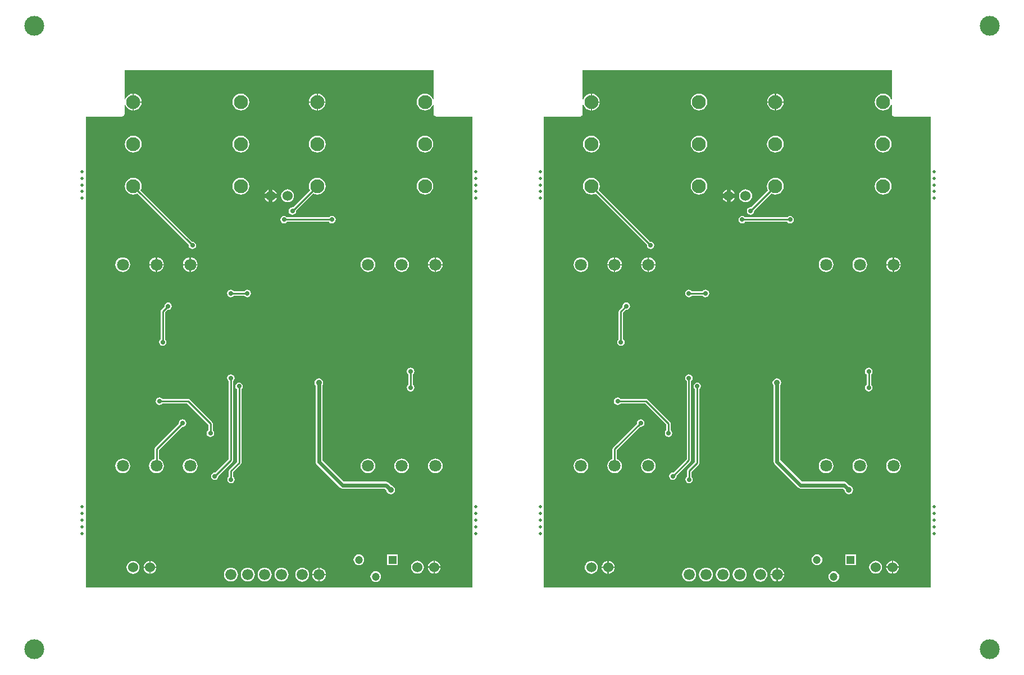
<source format=gbl>
G04*
G04 #@! TF.GenerationSoftware,Altium Limited,Altium Designer,19.1.6 (110)*
G04*
G04 Layer_Physical_Order=2*
G04 Layer_Color=16711680*
%FSLAX25Y25*%
%MOIN*%
G70*
G01*
G75*
%ADD10C,0.11811*%
%ADD30C,0.02400*%
%ADD31C,0.01000*%
%ADD32C,0.01968*%
%ADD33C,0.06000*%
%ADD34C,0.06600*%
%ADD35R,0.04724X0.04724*%
%ADD36C,0.04724*%
%ADD37C,0.07087*%
%ADD38C,0.08268*%
%ADD39C,0.02756*%
%ADD40C,0.03500*%
G36*
X520638Y338460D02*
X520138Y338361D01*
X519786Y339210D01*
X518995Y340241D01*
X517964Y341032D01*
X516764Y341529D01*
X515476Y341699D01*
X514188Y341529D01*
X512988Y341032D01*
X511957Y340241D01*
X511166Y339210D01*
X510669Y338010D01*
X510499Y336722D01*
X510669Y335434D01*
X511166Y334234D01*
X511957Y333203D01*
X512988Y332412D01*
X514188Y331915D01*
X515476Y331746D01*
X516764Y331915D01*
X517964Y332412D01*
X518995Y333203D01*
X519786Y334234D01*
X520138Y335083D01*
X520638Y334984D01*
Y329622D01*
X520754Y329037D01*
X521086Y328541D01*
X521582Y328209D01*
X522167Y328093D01*
X543638D01*
Y48317D01*
X314196D01*
Y328093D01*
X335667D01*
X336252Y328209D01*
X336748Y328541D01*
X337080Y329037D01*
X337196Y329622D01*
Y334986D01*
X337696Y335086D01*
X338049Y334234D01*
X338840Y333203D01*
X339871Y332412D01*
X341071Y331915D01*
X341959Y331798D01*
Y336722D01*
Y341646D01*
X341071Y341529D01*
X339871Y341032D01*
X338840Y340241D01*
X338049Y339210D01*
X337696Y338359D01*
X337196Y338458D01*
Y355593D01*
X520638D01*
Y338460D01*
D02*
G37*
G36*
X248767D02*
X248268Y338361D01*
X247916Y339210D01*
X247125Y340241D01*
X246094Y341032D01*
X244894Y341529D01*
X243606Y341699D01*
X242318Y341529D01*
X241118Y341032D01*
X240087Y340241D01*
X239296Y339210D01*
X238799Y338010D01*
X238629Y336722D01*
X238799Y335434D01*
X239296Y334234D01*
X240087Y333203D01*
X241118Y332412D01*
X242318Y331915D01*
X243606Y331746D01*
X244894Y331915D01*
X246094Y332412D01*
X247125Y333203D01*
X247916Y334234D01*
X248268Y335083D01*
X248767Y334984D01*
Y329622D01*
X248884Y329037D01*
X249215Y328541D01*
X249712Y328209D01*
X250297Y328093D01*
X271767D01*
Y48317D01*
X42326D01*
Y328093D01*
X63797D01*
X64382Y328209D01*
X64878Y328541D01*
X65210Y329037D01*
X65326Y329622D01*
Y334986D01*
X65826Y335086D01*
X66179Y334234D01*
X66970Y333203D01*
X68001Y332412D01*
X69201Y331915D01*
X70089Y331798D01*
Y336722D01*
Y341646D01*
X69201Y341529D01*
X68001Y341032D01*
X66970Y340241D01*
X66179Y339210D01*
X65826Y338359D01*
X65326Y338458D01*
Y355593D01*
X248767D01*
Y338460D01*
D02*
G37*
%LPC*%
G36*
X451978Y341646D02*
Y337122D01*
X456502D01*
X456385Y338010D01*
X455888Y339210D01*
X455097Y340241D01*
X454066Y341032D01*
X452866Y341529D01*
X451978Y341646D01*
D02*
G37*
G36*
X342759D02*
Y337122D01*
X347283D01*
X347166Y338010D01*
X346669Y339210D01*
X345878Y340241D01*
X344847Y341032D01*
X343647Y341529D01*
X342759Y341646D01*
D02*
G37*
G36*
X451178D02*
X450290Y341529D01*
X449090Y341032D01*
X448059Y340241D01*
X447268Y339210D01*
X446771Y338010D01*
X446654Y337122D01*
X451178D01*
Y341646D01*
D02*
G37*
G36*
X456502Y336322D02*
X451978D01*
Y331798D01*
X452866Y331915D01*
X454066Y332412D01*
X455097Y333203D01*
X455888Y334234D01*
X456385Y335434D01*
X456502Y336322D01*
D02*
G37*
G36*
X347283D02*
X342759D01*
Y331798D01*
X343647Y331915D01*
X344847Y332412D01*
X345878Y333203D01*
X346669Y334234D01*
X347166Y335434D01*
X347283Y336322D01*
D02*
G37*
G36*
X451178D02*
X446654D01*
X446771Y335434D01*
X447268Y334234D01*
X448059Y333203D01*
X449090Y332412D01*
X450290Y331915D01*
X451178Y331798D01*
Y336322D01*
D02*
G37*
G36*
X406257Y341699D02*
X404969Y341529D01*
X403769Y341032D01*
X402738Y340241D01*
X401947Y339210D01*
X401450Y338010D01*
X401280Y336722D01*
X401450Y335434D01*
X401947Y334234D01*
X402738Y333203D01*
X403769Y332412D01*
X404969Y331915D01*
X406257Y331746D01*
X407545Y331915D01*
X408745Y332412D01*
X409776Y333203D01*
X410567Y334234D01*
X411064Y335434D01*
X411234Y336722D01*
X411064Y338010D01*
X410567Y339210D01*
X409776Y340241D01*
X408745Y341032D01*
X407545Y341529D01*
X406257Y341699D01*
D02*
G37*
G36*
X515476Y316699D02*
X514188Y316529D01*
X512988Y316032D01*
X511957Y315241D01*
X511166Y314210D01*
X510669Y313010D01*
X510499Y311722D01*
X510669Y310434D01*
X511166Y309234D01*
X511957Y308203D01*
X512988Y307412D01*
X514188Y306915D01*
X515476Y306746D01*
X516764Y306915D01*
X517964Y307412D01*
X518995Y308203D01*
X519786Y309234D01*
X520283Y310434D01*
X520452Y311722D01*
X520283Y313010D01*
X519786Y314210D01*
X518995Y315241D01*
X517964Y316032D01*
X516764Y316529D01*
X515476Y316699D01*
D02*
G37*
G36*
X451578D02*
X450290Y316529D01*
X449090Y316032D01*
X448059Y315241D01*
X447268Y314210D01*
X446771Y313010D01*
X446601Y311722D01*
X446771Y310434D01*
X447268Y309234D01*
X448059Y308203D01*
X449090Y307412D01*
X450290Y306915D01*
X451578Y306746D01*
X452866Y306915D01*
X454066Y307412D01*
X455097Y308203D01*
X455888Y309234D01*
X456385Y310434D01*
X456555Y311722D01*
X456385Y313010D01*
X455888Y314210D01*
X455097Y315241D01*
X454066Y316032D01*
X452866Y316529D01*
X451578Y316699D01*
D02*
G37*
G36*
X406257D02*
X404969Y316529D01*
X403769Y316032D01*
X402738Y315241D01*
X401947Y314210D01*
X401450Y313010D01*
X401280Y311722D01*
X401450Y310434D01*
X401947Y309234D01*
X402738Y308203D01*
X403769Y307412D01*
X404969Y306915D01*
X406257Y306746D01*
X407545Y306915D01*
X408745Y307412D01*
X409776Y308203D01*
X410567Y309234D01*
X411064Y310434D01*
X411234Y311722D01*
X411064Y313010D01*
X410567Y314210D01*
X409776Y315241D01*
X408745Y316032D01*
X407545Y316529D01*
X406257Y316699D01*
D02*
G37*
G36*
X342359D02*
X341071Y316529D01*
X339871Y316032D01*
X338840Y315241D01*
X338049Y314210D01*
X337552Y313010D01*
X337382Y311722D01*
X337552Y310434D01*
X338049Y309234D01*
X338840Y308203D01*
X339871Y307412D01*
X341071Y306915D01*
X342359Y306746D01*
X343647Y306915D01*
X344847Y307412D01*
X345878Y308203D01*
X346669Y309234D01*
X347166Y310434D01*
X347336Y311722D01*
X347166Y313010D01*
X346669Y314210D01*
X345878Y315241D01*
X344847Y316032D01*
X343647Y316529D01*
X342359Y316699D01*
D02*
G37*
G36*
X425107Y284655D02*
Y282239D01*
X427523D01*
X427226Y282956D01*
X426617Y283750D01*
X425823Y284359D01*
X425107Y284655D01*
D02*
G37*
G36*
X422707D02*
X421991Y284359D01*
X421197Y283750D01*
X420588Y282956D01*
X420291Y282239D01*
X422707D01*
Y284655D01*
D02*
G37*
G36*
X515476Y291699D02*
X514188Y291529D01*
X512988Y291032D01*
X511957Y290241D01*
X511166Y289210D01*
X510669Y288010D01*
X510499Y286722D01*
X510669Y285434D01*
X511166Y284234D01*
X511957Y283203D01*
X512988Y282412D01*
X514188Y281915D01*
X515476Y281746D01*
X516764Y281915D01*
X517964Y282412D01*
X518995Y283203D01*
X519786Y284234D01*
X520283Y285434D01*
X520452Y286722D01*
X520283Y288010D01*
X519786Y289210D01*
X518995Y290241D01*
X517964Y291032D01*
X516764Y291529D01*
X515476Y291699D01*
D02*
G37*
G36*
X451578D02*
X450290Y291529D01*
X449090Y291032D01*
X448059Y290241D01*
X447268Y289210D01*
X446771Y288010D01*
X446601Y286722D01*
X446771Y285434D01*
X447253Y284271D01*
X437121Y274140D01*
X436833Y274198D01*
X435983Y274028D01*
X435263Y273547D01*
X434781Y272827D01*
X434612Y271977D01*
X434781Y271127D01*
X435263Y270407D01*
X435983Y269925D01*
X436833Y269756D01*
X437683Y269925D01*
X438403Y270407D01*
X438884Y271127D01*
X439053Y271977D01*
X438996Y272266D01*
X449127Y282397D01*
X450290Y281915D01*
X451578Y281746D01*
X452866Y281915D01*
X454066Y282412D01*
X455097Y283203D01*
X455888Y284234D01*
X456385Y285434D01*
X456555Y286722D01*
X456385Y288010D01*
X455888Y289210D01*
X455097Y290241D01*
X454066Y291032D01*
X452866Y291529D01*
X451578Y291699D01*
D02*
G37*
G36*
X406257D02*
X404969Y291529D01*
X403769Y291032D01*
X402738Y290241D01*
X401947Y289210D01*
X401450Y288010D01*
X401280Y286722D01*
X401450Y285434D01*
X401947Y284234D01*
X402738Y283203D01*
X403769Y282412D01*
X404969Y281915D01*
X406257Y281746D01*
X407545Y281915D01*
X408745Y282412D01*
X409776Y283203D01*
X410567Y284234D01*
X411064Y285434D01*
X411234Y286722D01*
X411064Y288010D01*
X410567Y289210D01*
X409776Y290241D01*
X408745Y291032D01*
X407545Y291529D01*
X406257Y291699D01*
D02*
G37*
G36*
X427523Y279839D02*
X425107D01*
Y277423D01*
X425823Y277720D01*
X426617Y278329D01*
X427226Y279123D01*
X427523Y279839D01*
D02*
G37*
G36*
X422707D02*
X420291D01*
X420588Y279123D01*
X421197Y278329D01*
X421991Y277720D01*
X422707Y277423D01*
Y279839D01*
D02*
G37*
G36*
X433907Y284872D02*
X432915Y284742D01*
X431991Y284359D01*
X431197Y283750D01*
X430588Y282956D01*
X430205Y282031D01*
X430074Y281039D01*
X430205Y280047D01*
X430588Y279123D01*
X431197Y278329D01*
X431991Y277720D01*
X432915Y277337D01*
X433907Y277207D01*
X434899Y277337D01*
X435823Y277720D01*
X436617Y278329D01*
X437226Y279123D01*
X437609Y280047D01*
X437740Y281039D01*
X437609Y282031D01*
X437226Y282956D01*
X436617Y283750D01*
X435823Y284359D01*
X434899Y284742D01*
X433907Y284872D01*
D02*
G37*
G36*
X460287Y269087D02*
X459437Y268918D01*
X458717Y268436D01*
X458553Y268192D01*
X433594D01*
X433430Y268436D01*
X432710Y268918D01*
X431860Y269087D01*
X431010Y268918D01*
X430290Y268436D01*
X429808Y267716D01*
X429639Y266866D01*
X429808Y266016D01*
X430290Y265296D01*
X431010Y264815D01*
X431860Y264646D01*
X432710Y264815D01*
X433430Y265296D01*
X433594Y265541D01*
X458553D01*
X458717Y265296D01*
X459437Y264815D01*
X460287Y264646D01*
X461137Y264815D01*
X461857Y265296D01*
X462338Y266016D01*
X462507Y266866D01*
X462338Y267716D01*
X461857Y268436D01*
X461137Y268918D01*
X460287Y269087D01*
D02*
G37*
G36*
X342359Y291699D02*
X341071Y291529D01*
X339871Y291032D01*
X338840Y290241D01*
X338049Y289210D01*
X337552Y288010D01*
X337382Y286722D01*
X337552Y285434D01*
X338049Y284234D01*
X338840Y283203D01*
X339871Y282412D01*
X341071Y281915D01*
X342359Y281746D01*
X343647Y281915D01*
X344810Y282397D01*
X375327Y251879D01*
X375270Y251591D01*
X375439Y250741D01*
X375920Y250020D01*
X376641Y249539D01*
X377490Y249370D01*
X378340Y249539D01*
X379061Y250020D01*
X379542Y250741D01*
X379711Y251591D01*
X379542Y252440D01*
X379061Y253161D01*
X378340Y253642D01*
X377490Y253811D01*
X377202Y253754D01*
X346684Y284271D01*
X347166Y285434D01*
X347336Y286722D01*
X347166Y288010D01*
X346669Y289210D01*
X345878Y290241D01*
X344847Y291032D01*
X343647Y291529D01*
X342359Y291699D01*
D02*
G37*
G36*
X522067Y244450D02*
Y240522D01*
X525995D01*
X525899Y241256D01*
X525461Y242313D01*
X524765Y243220D01*
X523857Y243916D01*
X522801Y244354D01*
X522067Y244450D01*
D02*
G37*
G36*
X521267D02*
X520533Y244354D01*
X519476Y243916D01*
X518569Y243220D01*
X517873Y242313D01*
X517435Y241256D01*
X517339Y240522D01*
X521267D01*
Y244450D01*
D02*
G37*
G36*
X376567D02*
Y240522D01*
X380495D01*
X380399Y241256D01*
X379961Y242313D01*
X379265Y243220D01*
X378357Y243916D01*
X377301Y244354D01*
X376567Y244450D01*
D02*
G37*
G36*
X375767D02*
X375033Y244354D01*
X373976Y243916D01*
X373069Y243220D01*
X372373Y242313D01*
X371935Y241256D01*
X371839Y240522D01*
X375767D01*
Y244450D01*
D02*
G37*
G36*
X356567D02*
Y240522D01*
X360495D01*
X360399Y241256D01*
X359961Y242313D01*
X359265Y243220D01*
X358357Y243916D01*
X357301Y244354D01*
X356567Y244450D01*
D02*
G37*
G36*
X355767D02*
X355033Y244354D01*
X353976Y243916D01*
X353069Y243220D01*
X352373Y242313D01*
X351935Y241256D01*
X351839Y240522D01*
X355767D01*
Y244450D01*
D02*
G37*
G36*
X525995Y239722D02*
X522067D01*
Y235794D01*
X522801Y235890D01*
X523857Y236328D01*
X524765Y237024D01*
X525461Y237932D01*
X525899Y238988D01*
X525995Y239722D01*
D02*
G37*
G36*
X521267D02*
X517339D01*
X517435Y238988D01*
X517873Y237932D01*
X518569Y237024D01*
X519476Y236328D01*
X520533Y235890D01*
X521267Y235794D01*
Y239722D01*
D02*
G37*
G36*
X380495D02*
X376567D01*
Y235794D01*
X377301Y235890D01*
X378357Y236328D01*
X379265Y237024D01*
X379961Y237932D01*
X380399Y238988D01*
X380495Y239722D01*
D02*
G37*
G36*
X375767D02*
X371839D01*
X371935Y238988D01*
X372373Y237932D01*
X373069Y237024D01*
X373976Y236328D01*
X375033Y235890D01*
X375767Y235794D01*
Y239722D01*
D02*
G37*
G36*
X360495D02*
X356567D01*
Y235794D01*
X357301Y235890D01*
X358357Y236328D01*
X359265Y237024D01*
X359961Y237932D01*
X360399Y238988D01*
X360495Y239722D01*
D02*
G37*
G36*
X355767D02*
X351839D01*
X351935Y238988D01*
X352373Y237932D01*
X353069Y237024D01*
X353976Y236328D01*
X355033Y235890D01*
X355767Y235794D01*
Y239722D01*
D02*
G37*
G36*
X501667Y244503D02*
X500533Y244354D01*
X499476Y243916D01*
X498569Y243220D01*
X497873Y242313D01*
X497435Y241256D01*
X497286Y240122D01*
X497435Y238988D01*
X497873Y237932D01*
X498569Y237024D01*
X499476Y236328D01*
X500533Y235890D01*
X501667Y235741D01*
X502801Y235890D01*
X503857Y236328D01*
X504765Y237024D01*
X505461Y237932D01*
X505899Y238988D01*
X506048Y240122D01*
X505899Y241256D01*
X505461Y242313D01*
X504765Y243220D01*
X503857Y243916D01*
X502801Y244354D01*
X501667Y244503D01*
D02*
G37*
G36*
X481667D02*
X480533Y244354D01*
X479476Y243916D01*
X478569Y243220D01*
X477873Y242313D01*
X477435Y241256D01*
X477286Y240122D01*
X477435Y238988D01*
X477873Y237932D01*
X478569Y237024D01*
X479476Y236328D01*
X480533Y235890D01*
X481667Y235741D01*
X482801Y235890D01*
X483857Y236328D01*
X484765Y237024D01*
X485461Y237932D01*
X485899Y238988D01*
X486048Y240122D01*
X485899Y241256D01*
X485461Y242313D01*
X484765Y243220D01*
X483857Y243916D01*
X482801Y244354D01*
X481667Y244503D01*
D02*
G37*
G36*
X336167D02*
X335033Y244354D01*
X333976Y243916D01*
X333069Y243220D01*
X332373Y242313D01*
X331935Y241256D01*
X331786Y240122D01*
X331935Y238988D01*
X332373Y237932D01*
X333069Y237024D01*
X333976Y236328D01*
X335033Y235890D01*
X336167Y235741D01*
X337301Y235890D01*
X338357Y236328D01*
X339265Y237024D01*
X339961Y237932D01*
X340399Y238988D01*
X340548Y240122D01*
X340399Y241256D01*
X339961Y242313D01*
X339265Y243220D01*
X338357Y243916D01*
X337301Y244354D01*
X336167Y244503D01*
D02*
G37*
G36*
X410050Y225288D02*
X409201Y225118D01*
X408480Y224637D01*
X408317Y224392D01*
X401999D01*
X401836Y224637D01*
X401115Y225118D01*
X400266Y225288D01*
X399416Y225118D01*
X398695Y224637D01*
X398214Y223917D01*
X398045Y223067D01*
X398214Y222217D01*
X398695Y221497D01*
X399416Y221015D01*
X400266Y220846D01*
X401115Y221015D01*
X401836Y221497D01*
X401999Y221742D01*
X408317D01*
X408480Y221497D01*
X409201Y221015D01*
X410050Y220846D01*
X410900Y221015D01*
X411621Y221497D01*
X412102Y222217D01*
X412271Y223067D01*
X412102Y223917D01*
X411621Y224637D01*
X410900Y225118D01*
X410050Y225288D01*
D02*
G37*
G36*
X363073Y217696D02*
X362223Y217527D01*
X361503Y217046D01*
X361022Y216325D01*
X360853Y215476D01*
X360910Y215187D01*
X358961Y213238D01*
X358674Y212808D01*
X358573Y212301D01*
Y195851D01*
X358328Y195688D01*
X357847Y194967D01*
X357678Y194117D01*
X357847Y193268D01*
X358328Y192547D01*
X359049Y192066D01*
X359898Y191897D01*
X360748Y192066D01*
X361469Y192547D01*
X361950Y193268D01*
X362119Y194117D01*
X361950Y194967D01*
X361469Y195688D01*
X361224Y195851D01*
Y211752D01*
X362785Y213312D01*
X363073Y213255D01*
X363923Y213424D01*
X364643Y213905D01*
X365125Y214626D01*
X365294Y215476D01*
X365125Y216325D01*
X364643Y217046D01*
X363923Y217527D01*
X363073Y217696D01*
D02*
G37*
G36*
X506958Y178898D02*
X506109Y178728D01*
X505388Y178247D01*
X504907Y177527D01*
X504738Y176677D01*
X504907Y175827D01*
X505388Y175107D01*
X505633Y174943D01*
Y168797D01*
X505388Y168633D01*
X504907Y167913D01*
X504738Y167063D01*
X504907Y166213D01*
X505388Y165493D01*
X506109Y165011D01*
X506958Y164842D01*
X507808Y165011D01*
X508529Y165493D01*
X509010Y166213D01*
X509179Y167063D01*
X509010Y167913D01*
X508529Y168633D01*
X508284Y168797D01*
Y174943D01*
X508529Y175107D01*
X509010Y175827D01*
X509179Y176677D01*
X509010Y177527D01*
X508529Y178247D01*
X507808Y178728D01*
X506958Y178898D01*
D02*
G37*
G36*
X371623Y148221D02*
X370774Y148052D01*
X370053Y147570D01*
X369572Y146850D01*
X369403Y146000D01*
X369460Y145711D01*
X355230Y131481D01*
X354942Y131051D01*
X354841Y130543D01*
Y124774D01*
X353976Y124416D01*
X353069Y123720D01*
X352373Y122813D01*
X351935Y121756D01*
X351786Y120622D01*
X351935Y119488D01*
X352373Y118432D01*
X353069Y117524D01*
X353976Y116828D01*
X355033Y116390D01*
X356167Y116241D01*
X357301Y116390D01*
X358357Y116828D01*
X359265Y117524D01*
X359961Y118432D01*
X360399Y119488D01*
X360548Y120622D01*
X360399Y121756D01*
X359961Y122813D01*
X359265Y123720D01*
X358357Y124416D01*
X357492Y124774D01*
Y129994D01*
X371335Y143837D01*
X371623Y143779D01*
X372473Y143948D01*
X373194Y144430D01*
X373675Y145150D01*
X373844Y146000D01*
X373675Y146850D01*
X373194Y147570D01*
X372473Y148052D01*
X371623Y148221D01*
D02*
G37*
G36*
X357943Y161213D02*
X357093Y161044D01*
X356372Y160562D01*
X355891Y159842D01*
X355722Y158992D01*
X355891Y158142D01*
X356372Y157422D01*
X357093Y156941D01*
X357943Y156772D01*
X358792Y156941D01*
X359513Y157422D01*
X359676Y157667D01*
X374341D01*
X386834Y145174D01*
Y141730D01*
X386589Y141566D01*
X386107Y140846D01*
X385939Y139996D01*
X386107Y139146D01*
X386589Y138426D01*
X387309Y137944D01*
X388159Y137776D01*
X389009Y137944D01*
X389729Y138426D01*
X390211Y139146D01*
X390380Y139996D01*
X390211Y140846D01*
X389729Y141566D01*
X389485Y141730D01*
Y145723D01*
X389384Y146230D01*
X389096Y146660D01*
X375827Y159929D01*
X375397Y160217D01*
X374890Y160318D01*
X359676D01*
X359513Y160562D01*
X358792Y161044D01*
X357943Y161213D01*
D02*
G37*
G36*
X400266Y174992D02*
X399416Y174823D01*
X398695Y174342D01*
X398214Y173621D01*
X398045Y172772D01*
X398214Y171922D01*
X398695Y171202D01*
X398940Y171038D01*
Y124600D01*
X391007Y116667D01*
X390718Y116725D01*
X389868Y116556D01*
X389148Y116074D01*
X388667Y115354D01*
X388497Y114504D01*
X388667Y113654D01*
X389148Y112934D01*
X389868Y112452D01*
X390718Y112283D01*
X391568Y112452D01*
X392288Y112934D01*
X392770Y113654D01*
X392939Y114504D01*
X392881Y114793D01*
X401203Y123114D01*
X401490Y123544D01*
X401591Y124051D01*
Y171038D01*
X401836Y171202D01*
X402317Y171922D01*
X402486Y172772D01*
X402317Y173621D01*
X401836Y174342D01*
X401115Y174823D01*
X400266Y174992D01*
D02*
G37*
G36*
X521667Y125003D02*
X520533Y124854D01*
X519476Y124416D01*
X518569Y123720D01*
X517873Y122813D01*
X517435Y121756D01*
X517286Y120622D01*
X517435Y119488D01*
X517873Y118432D01*
X518569Y117524D01*
X519476Y116828D01*
X520533Y116390D01*
X521667Y116241D01*
X522801Y116390D01*
X523857Y116828D01*
X524765Y117524D01*
X525461Y118432D01*
X525899Y119488D01*
X526048Y120622D01*
X525899Y121756D01*
X525461Y122813D01*
X524765Y123720D01*
X523857Y124416D01*
X522801Y124854D01*
X521667Y125003D01*
D02*
G37*
G36*
X501667D02*
X500533Y124854D01*
X499476Y124416D01*
X498569Y123720D01*
X497873Y122813D01*
X497435Y121756D01*
X497286Y120622D01*
X497435Y119488D01*
X497873Y118432D01*
X498569Y117524D01*
X499476Y116828D01*
X500533Y116390D01*
X501667Y116241D01*
X502801Y116390D01*
X503857Y116828D01*
X504765Y117524D01*
X505461Y118432D01*
X505899Y119488D01*
X506048Y120622D01*
X505899Y121756D01*
X505461Y122813D01*
X504765Y123720D01*
X503857Y124416D01*
X502801Y124854D01*
X501667Y125003D01*
D02*
G37*
G36*
X481667D02*
X480533Y124854D01*
X479476Y124416D01*
X478569Y123720D01*
X477873Y122813D01*
X477435Y121756D01*
X477286Y120622D01*
X477435Y119488D01*
X477873Y118432D01*
X478569Y117524D01*
X479476Y116828D01*
X480533Y116390D01*
X481667Y116241D01*
X482801Y116390D01*
X483857Y116828D01*
X484765Y117524D01*
X485461Y118432D01*
X485899Y119488D01*
X486048Y120622D01*
X485899Y121756D01*
X485461Y122813D01*
X484765Y123720D01*
X483857Y124416D01*
X482801Y124854D01*
X481667Y125003D01*
D02*
G37*
G36*
X376167D02*
X375033Y124854D01*
X373976Y124416D01*
X373069Y123720D01*
X372373Y122813D01*
X371935Y121756D01*
X371786Y120622D01*
X371935Y119488D01*
X372373Y118432D01*
X373069Y117524D01*
X373976Y116828D01*
X375033Y116390D01*
X376167Y116241D01*
X377301Y116390D01*
X378357Y116828D01*
X379265Y117524D01*
X379961Y118432D01*
X380399Y119488D01*
X380548Y120622D01*
X380399Y121756D01*
X379961Y122813D01*
X379265Y123720D01*
X378357Y124416D01*
X377301Y124854D01*
X376167Y125003D01*
D02*
G37*
G36*
X336167D02*
X335033Y124854D01*
X333976Y124416D01*
X333069Y123720D01*
X332373Y122813D01*
X331935Y121756D01*
X331786Y120622D01*
X331935Y119488D01*
X332373Y118432D01*
X333069Y117524D01*
X333976Y116828D01*
X335033Y116390D01*
X336167Y116241D01*
X337301Y116390D01*
X338357Y116828D01*
X339265Y117524D01*
X339961Y118432D01*
X340399Y119488D01*
X340548Y120622D01*
X340399Y121756D01*
X339961Y122813D01*
X339265Y123720D01*
X338357Y124416D01*
X337301Y124854D01*
X336167Y125003D01*
D02*
G37*
G36*
X405187Y170169D02*
X404337Y170000D01*
X403616Y169519D01*
X403135Y168799D01*
X402966Y167949D01*
X403135Y167099D01*
X403616Y166379D01*
X403861Y166215D01*
Y122927D01*
X399427Y118492D01*
X399139Y118062D01*
X399038Y117555D01*
Y114165D01*
X398794Y114002D01*
X398312Y113281D01*
X398143Y112432D01*
X398312Y111582D01*
X398794Y110861D01*
X399514Y110380D01*
X400364Y110211D01*
X401214Y110380D01*
X401934Y110861D01*
X402415Y111582D01*
X402584Y112432D01*
X402415Y113281D01*
X401934Y114002D01*
X401689Y114165D01*
Y117006D01*
X406124Y121441D01*
X406411Y121871D01*
X406512Y122378D01*
Y166215D01*
X406757Y166379D01*
X407238Y167099D01*
X407407Y167949D01*
X407238Y168799D01*
X406757Y169519D01*
X406036Y170000D01*
X405187Y170169D01*
D02*
G37*
G36*
X452529Y172616D02*
X451534Y172418D01*
X450691Y171854D01*
X450127Y171011D01*
X449929Y170016D01*
X450127Y169021D01*
X450490Y168478D01*
Y123165D01*
X450645Y122385D01*
X451087Y121723D01*
X465064Y107747D01*
X465725Y107305D01*
X466505Y107150D01*
X491495D01*
X492665Y105980D01*
X492792Y105340D01*
X493356Y104496D01*
X494199Y103933D01*
X495194Y103735D01*
X496189Y103933D01*
X497033Y104496D01*
X497596Y105340D01*
X497794Y106335D01*
X497596Y107330D01*
X497033Y108173D01*
X496189Y108737D01*
X495549Y108864D01*
X493782Y110631D01*
X493120Y111073D01*
X492340Y111228D01*
X467350D01*
X454568Y124010D01*
Y168478D01*
X454931Y169021D01*
X455129Y170016D01*
X454931Y171011D01*
X454368Y171854D01*
X453524Y172418D01*
X452529Y172616D01*
D02*
G37*
G36*
X499427Y67961D02*
X493103D01*
Y61637D01*
X499427D01*
Y67961D01*
D02*
G37*
G36*
X476264Y67989D02*
X475439Y67880D01*
X474670Y67561D01*
X474009Y67054D01*
X473502Y66394D01*
X473184Y65625D01*
X473075Y64799D01*
X473184Y63974D01*
X473502Y63205D01*
X474009Y62544D01*
X474670Y62037D01*
X475439Y61719D01*
X476264Y61610D01*
X477090Y61719D01*
X477859Y62037D01*
X478520Y62544D01*
X479027Y63205D01*
X479345Y63974D01*
X479454Y64799D01*
X479345Y65625D01*
X479027Y66394D01*
X478520Y67054D01*
X477859Y67561D01*
X477090Y67880D01*
X476264Y67989D01*
D02*
G37*
G36*
X521420Y64249D02*
Y60869D01*
X524800D01*
X524722Y61461D01*
X524339Y62385D01*
X523730Y63179D01*
X522936Y63788D01*
X522012Y64171D01*
X521420Y64249D01*
D02*
G37*
G36*
X520620D02*
X520028Y64171D01*
X519103Y63788D01*
X518309Y63179D01*
X517700Y62385D01*
X517317Y61461D01*
X517240Y60869D01*
X520620D01*
Y64249D01*
D02*
G37*
G36*
X352693Y64052D02*
Y60672D01*
X356073D01*
X355995Y61264D01*
X355612Y62188D01*
X355003Y62982D01*
X354209Y63591D01*
X353285Y63974D01*
X352693Y64052D01*
D02*
G37*
G36*
X351893D02*
X351301Y63974D01*
X350377Y63591D01*
X349583Y62982D01*
X348974Y62188D01*
X348591Y61264D01*
X348513Y60672D01*
X351893D01*
Y64052D01*
D02*
G37*
G36*
X524800Y60069D02*
X521420D01*
Y56688D01*
X522012Y56766D01*
X522936Y57149D01*
X523730Y57758D01*
X524339Y58552D01*
X524722Y59477D01*
X524800Y60069D01*
D02*
G37*
G36*
X520620D02*
X517240D01*
X517317Y59477D01*
X517700Y58552D01*
X518309Y57758D01*
X519103Y57149D01*
X520028Y56766D01*
X520620Y56688D01*
Y60069D01*
D02*
G37*
G36*
X511020Y64301D02*
X510028Y64171D01*
X509103Y63788D01*
X508310Y63179D01*
X507700Y62385D01*
X507317Y61461D01*
X507187Y60469D01*
X507317Y59477D01*
X507700Y58552D01*
X508310Y57758D01*
X509103Y57149D01*
X510028Y56766D01*
X511020Y56636D01*
X512012Y56766D01*
X512936Y57149D01*
X513730Y57758D01*
X514339Y58552D01*
X514722Y59477D01*
X514853Y60469D01*
X514722Y61461D01*
X514339Y62385D01*
X513730Y63179D01*
X512936Y63788D01*
X512012Y64171D01*
X511020Y64301D01*
D02*
G37*
G36*
X356073Y59872D02*
X352693D01*
Y56492D01*
X353285Y56569D01*
X354209Y56952D01*
X355003Y57561D01*
X355612Y58355D01*
X355995Y59280D01*
X356073Y59872D01*
D02*
G37*
G36*
X351893D02*
X348513D01*
X348591Y59280D01*
X348974Y58355D01*
X349583Y57561D01*
X350377Y56952D01*
X351301Y56569D01*
X351893Y56492D01*
Y59872D01*
D02*
G37*
G36*
X342293Y64104D02*
X341301Y63974D01*
X340376Y63591D01*
X339583Y62982D01*
X338974Y62188D01*
X338591Y61264D01*
X338460Y60272D01*
X338591Y59280D01*
X338974Y58355D01*
X339583Y57561D01*
X340376Y56952D01*
X341301Y56569D01*
X342293Y56439D01*
X343285Y56569D01*
X344209Y56952D01*
X345003Y57561D01*
X345612Y58355D01*
X345995Y59280D01*
X346126Y60272D01*
X345995Y61264D01*
X345612Y62188D01*
X345003Y62982D01*
X344209Y63591D01*
X343285Y63974D01*
X342293Y64104D01*
D02*
G37*
G36*
X453008Y60024D02*
Y56341D01*
X456691D01*
X456602Y57011D01*
X456189Y58009D01*
X455532Y58865D01*
X454676Y59522D01*
X453678Y59935D01*
X453008Y60024D01*
D02*
G37*
G36*
X452208D02*
X451538Y59935D01*
X450540Y59522D01*
X449684Y58865D01*
X449026Y58009D01*
X448613Y57011D01*
X448525Y56341D01*
X452208D01*
Y60024D01*
D02*
G37*
G36*
X430375Y60175D02*
X429304Y60034D01*
X428307Y59621D01*
X427450Y58964D01*
X426793Y58107D01*
X426380Y57110D01*
X426239Y56039D01*
X426380Y54969D01*
X426793Y53972D01*
X427450Y53115D01*
X428307Y52458D01*
X429304Y52045D01*
X430375Y51904D01*
X431445Y52045D01*
X432442Y52458D01*
X433299Y53115D01*
X433956Y53972D01*
X434369Y54969D01*
X434510Y56039D01*
X434369Y57110D01*
X433956Y58107D01*
X433299Y58964D01*
X432442Y59621D01*
X431445Y60034D01*
X430375Y60175D01*
D02*
G37*
G36*
X420375D02*
X419304Y60034D01*
X418307Y59621D01*
X417450Y58964D01*
X416793Y58107D01*
X416380Y57110D01*
X416239Y56039D01*
X416380Y54969D01*
X416793Y53972D01*
X417450Y53115D01*
X418307Y52458D01*
X419304Y52045D01*
X420375Y51904D01*
X421445Y52045D01*
X422442Y52458D01*
X423299Y53115D01*
X423956Y53972D01*
X424369Y54969D01*
X424510Y56039D01*
X424369Y57110D01*
X423956Y58107D01*
X423299Y58964D01*
X422442Y59621D01*
X421445Y60034D01*
X420375Y60175D01*
D02*
G37*
G36*
X410375D02*
X409304Y60034D01*
X408307Y59621D01*
X407450Y58964D01*
X406793Y58107D01*
X406380Y57110D01*
X406239Y56039D01*
X406380Y54969D01*
X406793Y53972D01*
X407450Y53115D01*
X408307Y52458D01*
X409304Y52045D01*
X410375Y51904D01*
X411445Y52045D01*
X412442Y52458D01*
X413299Y53115D01*
X413956Y53972D01*
X414369Y54969D01*
X414510Y56039D01*
X414369Y57110D01*
X413956Y58107D01*
X413299Y58964D01*
X412442Y59621D01*
X411445Y60034D01*
X410375Y60175D01*
D02*
G37*
G36*
X400375D02*
X399304Y60034D01*
X398307Y59621D01*
X397450Y58964D01*
X396793Y58107D01*
X396380Y57110D01*
X396239Y56039D01*
X396380Y54969D01*
X396793Y53972D01*
X397450Y53115D01*
X398307Y52458D01*
X399304Y52045D01*
X400375Y51904D01*
X401445Y52045D01*
X402442Y52458D01*
X403299Y53115D01*
X403956Y53972D01*
X404369Y54969D01*
X404510Y56039D01*
X404369Y57110D01*
X403956Y58107D01*
X403299Y58964D01*
X402442Y59621D01*
X401445Y60034D01*
X400375Y60175D01*
D02*
G37*
G36*
X456691Y55541D02*
X453008D01*
Y51858D01*
X453678Y51947D01*
X454676Y52360D01*
X455532Y53017D01*
X456189Y53873D01*
X456602Y54871D01*
X456691Y55541D01*
D02*
G37*
G36*
X452208D02*
X448525D01*
X448613Y54871D01*
X449026Y53873D01*
X449684Y53017D01*
X450540Y52360D01*
X451538Y51947D01*
X452208Y51858D01*
Y55541D01*
D02*
G37*
G36*
X442608Y60076D02*
X441538Y59935D01*
X440540Y59522D01*
X439684Y58865D01*
X439026Y58009D01*
X438613Y57011D01*
X438473Y55941D01*
X438613Y54871D01*
X439026Y53873D01*
X439684Y53017D01*
X440540Y52360D01*
X441538Y51947D01*
X442608Y51806D01*
X443678Y51947D01*
X444676Y52360D01*
X445532Y53017D01*
X446189Y53873D01*
X446602Y54871D01*
X446743Y55941D01*
X446602Y57011D01*
X446189Y58009D01*
X445532Y58865D01*
X444676Y59522D01*
X443678Y59935D01*
X442608Y60076D01*
D02*
G37*
G36*
X486265Y57989D02*
X485439Y57880D01*
X484670Y57561D01*
X484009Y57054D01*
X483502Y56394D01*
X483184Y55625D01*
X483075Y54799D01*
X483184Y53974D01*
X483502Y53205D01*
X484009Y52544D01*
X484670Y52037D01*
X485439Y51719D01*
X486265Y51610D01*
X487090Y51719D01*
X487859Y52037D01*
X488520Y52544D01*
X489026Y53205D01*
X489345Y53974D01*
X489454Y54799D01*
X489345Y55625D01*
X489026Y56394D01*
X488520Y57054D01*
X487859Y57561D01*
X487090Y57880D01*
X486265Y57989D01*
D02*
G37*
G36*
X180108Y341646D02*
Y337122D01*
X184632D01*
X184515Y338010D01*
X184018Y339210D01*
X183227Y340241D01*
X182196Y341032D01*
X180996Y341529D01*
X180108Y341646D01*
D02*
G37*
G36*
X70889D02*
Y337122D01*
X75413D01*
X75296Y338010D01*
X74799Y339210D01*
X74008Y340241D01*
X72977Y341032D01*
X71777Y341529D01*
X70889Y341646D01*
D02*
G37*
G36*
X179308D02*
X178420Y341529D01*
X177219Y341032D01*
X176189Y340241D01*
X175398Y339210D01*
X174901Y338010D01*
X174784Y337122D01*
X179308D01*
Y341646D01*
D02*
G37*
G36*
X184632Y336322D02*
X180108D01*
Y331798D01*
X180996Y331915D01*
X182196Y332412D01*
X183227Y333203D01*
X184018Y334234D01*
X184515Y335434D01*
X184632Y336322D01*
D02*
G37*
G36*
X75413D02*
X70889D01*
Y331798D01*
X71777Y331915D01*
X72977Y332412D01*
X74008Y333203D01*
X74799Y334234D01*
X75296Y335434D01*
X75413Y336322D01*
D02*
G37*
G36*
X179308D02*
X174784D01*
X174901Y335434D01*
X175398Y334234D01*
X176189Y333203D01*
X177219Y332412D01*
X178420Y331915D01*
X179308Y331798D01*
Y336322D01*
D02*
G37*
G36*
X134387Y341699D02*
X133099Y341529D01*
X131898Y341032D01*
X130868Y340241D01*
X130077Y339210D01*
X129580Y338010D01*
X129410Y336722D01*
X129580Y335434D01*
X130077Y334234D01*
X130868Y333203D01*
X131898Y332412D01*
X133099Y331915D01*
X134387Y331746D01*
X135675Y331915D01*
X136875Y332412D01*
X137906Y333203D01*
X138697Y334234D01*
X139194Y335434D01*
X139363Y336722D01*
X139194Y338010D01*
X138697Y339210D01*
X137906Y340241D01*
X136875Y341032D01*
X135675Y341529D01*
X134387Y341699D01*
D02*
G37*
G36*
X243606Y316699D02*
X242318Y316529D01*
X241118Y316032D01*
X240087Y315241D01*
X239296Y314210D01*
X238799Y313010D01*
X238629Y311722D01*
X238799Y310434D01*
X239296Y309234D01*
X240087Y308203D01*
X241118Y307412D01*
X242318Y306915D01*
X243606Y306746D01*
X244894Y306915D01*
X246094Y307412D01*
X247125Y308203D01*
X247916Y309234D01*
X248413Y310434D01*
X248582Y311722D01*
X248413Y313010D01*
X247916Y314210D01*
X247125Y315241D01*
X246094Y316032D01*
X244894Y316529D01*
X243606Y316699D01*
D02*
G37*
G36*
X179708D02*
X178420Y316529D01*
X177219Y316032D01*
X176189Y315241D01*
X175398Y314210D01*
X174901Y313010D01*
X174731Y311722D01*
X174901Y310434D01*
X175398Y309234D01*
X176189Y308203D01*
X177219Y307412D01*
X178420Y306915D01*
X179708Y306746D01*
X180996Y306915D01*
X182196Y307412D01*
X183227Y308203D01*
X184018Y309234D01*
X184515Y310434D01*
X184684Y311722D01*
X184515Y313010D01*
X184018Y314210D01*
X183227Y315241D01*
X182196Y316032D01*
X180996Y316529D01*
X179708Y316699D01*
D02*
G37*
G36*
X134387D02*
X133099Y316529D01*
X131898Y316032D01*
X130868Y315241D01*
X130077Y314210D01*
X129580Y313010D01*
X129410Y311722D01*
X129580Y310434D01*
X130077Y309234D01*
X130868Y308203D01*
X131898Y307412D01*
X133099Y306915D01*
X134387Y306746D01*
X135675Y306915D01*
X136875Y307412D01*
X137906Y308203D01*
X138697Y309234D01*
X139194Y310434D01*
X139363Y311722D01*
X139194Y313010D01*
X138697Y314210D01*
X137906Y315241D01*
X136875Y316032D01*
X135675Y316529D01*
X134387Y316699D01*
D02*
G37*
G36*
X70489D02*
X69201Y316529D01*
X68001Y316032D01*
X66970Y315241D01*
X66179Y314210D01*
X65682Y313010D01*
X65512Y311722D01*
X65682Y310434D01*
X66179Y309234D01*
X66970Y308203D01*
X68001Y307412D01*
X69201Y306915D01*
X70489Y306746D01*
X71777Y306915D01*
X72977Y307412D01*
X74008Y308203D01*
X74799Y309234D01*
X75296Y310434D01*
X75465Y311722D01*
X75296Y313010D01*
X74799Y314210D01*
X74008Y315241D01*
X72977Y316032D01*
X71777Y316529D01*
X70489Y316699D01*
D02*
G37*
G36*
X153237Y284655D02*
Y282239D01*
X155653D01*
X155356Y282956D01*
X154747Y283750D01*
X153953Y284359D01*
X153237Y284655D01*
D02*
G37*
G36*
X150837D02*
X150121Y284359D01*
X149327Y283750D01*
X148718Y282956D01*
X148421Y282239D01*
X150837D01*
Y284655D01*
D02*
G37*
G36*
X243606Y291699D02*
X242318Y291529D01*
X241118Y291032D01*
X240087Y290241D01*
X239296Y289210D01*
X238799Y288010D01*
X238629Y286722D01*
X238799Y285434D01*
X239296Y284234D01*
X240087Y283203D01*
X241118Y282412D01*
X242318Y281915D01*
X243606Y281746D01*
X244894Y281915D01*
X246094Y282412D01*
X247125Y283203D01*
X247916Y284234D01*
X248413Y285434D01*
X248582Y286722D01*
X248413Y288010D01*
X247916Y289210D01*
X247125Y290241D01*
X246094Y291032D01*
X244894Y291529D01*
X243606Y291699D01*
D02*
G37*
G36*
X179708D02*
X178420Y291529D01*
X177219Y291032D01*
X176189Y290241D01*
X175398Y289210D01*
X174901Y288010D01*
X174731Y286722D01*
X174901Y285434D01*
X175382Y284271D01*
X165251Y274140D01*
X164963Y274198D01*
X164113Y274028D01*
X163392Y273547D01*
X162911Y272827D01*
X162742Y271977D01*
X162911Y271127D01*
X163392Y270407D01*
X164113Y269925D01*
X164963Y269756D01*
X165813Y269925D01*
X166533Y270407D01*
X167014Y271127D01*
X167183Y271977D01*
X167126Y272266D01*
X177257Y282397D01*
X178420Y281915D01*
X179708Y281746D01*
X180996Y281915D01*
X182196Y282412D01*
X183227Y283203D01*
X184018Y284234D01*
X184515Y285434D01*
X184684Y286722D01*
X184515Y288010D01*
X184018Y289210D01*
X183227Y290241D01*
X182196Y291032D01*
X180996Y291529D01*
X179708Y291699D01*
D02*
G37*
G36*
X134387D02*
X133099Y291529D01*
X131898Y291032D01*
X130868Y290241D01*
X130077Y289210D01*
X129580Y288010D01*
X129410Y286722D01*
X129580Y285434D01*
X130077Y284234D01*
X130868Y283203D01*
X131898Y282412D01*
X133099Y281915D01*
X134387Y281746D01*
X135675Y281915D01*
X136875Y282412D01*
X137906Y283203D01*
X138697Y284234D01*
X139194Y285434D01*
X139363Y286722D01*
X139194Y288010D01*
X138697Y289210D01*
X137906Y290241D01*
X136875Y291032D01*
X135675Y291529D01*
X134387Y291699D01*
D02*
G37*
G36*
X155653Y279839D02*
X153237D01*
Y277423D01*
X153953Y277720D01*
X154747Y278329D01*
X155356Y279123D01*
X155653Y279839D01*
D02*
G37*
G36*
X150837D02*
X148421D01*
X148718Y279123D01*
X149327Y278329D01*
X150121Y277720D01*
X150837Y277423D01*
Y279839D01*
D02*
G37*
G36*
X162037Y284872D02*
X161045Y284742D01*
X160121Y284359D01*
X159327Y283750D01*
X158718Y282956D01*
X158335Y282031D01*
X158204Y281039D01*
X158335Y280047D01*
X158718Y279123D01*
X159327Y278329D01*
X160121Y277720D01*
X161045Y277337D01*
X162037Y277207D01*
X163029Y277337D01*
X163953Y277720D01*
X164747Y278329D01*
X165356Y279123D01*
X165739Y280047D01*
X165870Y281039D01*
X165739Y282031D01*
X165356Y282956D01*
X164747Y283750D01*
X163953Y284359D01*
X163029Y284742D01*
X162037Y284872D01*
D02*
G37*
G36*
X188417Y269087D02*
X187567Y268918D01*
X186847Y268436D01*
X186683Y268192D01*
X161723D01*
X161560Y268436D01*
X160839Y268918D01*
X159990Y269087D01*
X159140Y268918D01*
X158420Y268436D01*
X157938Y267716D01*
X157769Y266866D01*
X157938Y266016D01*
X158420Y265296D01*
X159140Y264815D01*
X159990Y264646D01*
X160839Y264815D01*
X161560Y265296D01*
X161723Y265541D01*
X186683D01*
X186847Y265296D01*
X187567Y264815D01*
X188417Y264646D01*
X189267Y264815D01*
X189987Y265296D01*
X190468Y266016D01*
X190637Y266866D01*
X190468Y267716D01*
X189987Y268436D01*
X189267Y268918D01*
X188417Y269087D01*
D02*
G37*
G36*
X70489Y291699D02*
X69201Y291529D01*
X68001Y291032D01*
X66970Y290241D01*
X66179Y289210D01*
X65682Y288010D01*
X65512Y286722D01*
X65682Y285434D01*
X66179Y284234D01*
X66970Y283203D01*
X68001Y282412D01*
X69201Y281915D01*
X70489Y281746D01*
X71777Y281915D01*
X72940Y282397D01*
X103457Y251879D01*
X103400Y251591D01*
X103569Y250741D01*
X104050Y250020D01*
X104771Y249539D01*
X105620Y249370D01*
X106470Y249539D01*
X107191Y250020D01*
X107672Y250741D01*
X107841Y251591D01*
X107672Y252440D01*
X107191Y253161D01*
X106470Y253642D01*
X105620Y253811D01*
X105332Y253754D01*
X74814Y284271D01*
X75296Y285434D01*
X75465Y286722D01*
X75296Y288010D01*
X74799Y289210D01*
X74008Y290241D01*
X72977Y291032D01*
X71777Y291529D01*
X70489Y291699D01*
D02*
G37*
G36*
X250197Y244450D02*
Y240522D01*
X254125D01*
X254029Y241256D01*
X253591Y242313D01*
X252895Y243220D01*
X251987Y243916D01*
X250931Y244354D01*
X250197Y244450D01*
D02*
G37*
G36*
X249397D02*
X248663Y244354D01*
X247606Y243916D01*
X246699Y243220D01*
X246003Y242313D01*
X245565Y241256D01*
X245468Y240522D01*
X249397D01*
Y244450D01*
D02*
G37*
G36*
X104697D02*
Y240522D01*
X108625D01*
X108528Y241256D01*
X108091Y242313D01*
X107395Y243220D01*
X106487Y243916D01*
X105431Y244354D01*
X104697Y244450D01*
D02*
G37*
G36*
X103897D02*
X103163Y244354D01*
X102106Y243916D01*
X101199Y243220D01*
X100503Y242313D01*
X100065Y241256D01*
X99968Y240522D01*
X103897D01*
Y244450D01*
D02*
G37*
G36*
X84697D02*
Y240522D01*
X88625D01*
X88529Y241256D01*
X88091Y242313D01*
X87395Y243220D01*
X86487Y243916D01*
X85431Y244354D01*
X84697Y244450D01*
D02*
G37*
G36*
X83897D02*
X83163Y244354D01*
X82106Y243916D01*
X81199Y243220D01*
X80503Y242313D01*
X80065Y241256D01*
X79969Y240522D01*
X83897D01*
Y244450D01*
D02*
G37*
G36*
X254125Y239722D02*
X250197D01*
Y235794D01*
X250931Y235890D01*
X251987Y236328D01*
X252895Y237024D01*
X253591Y237932D01*
X254029Y238988D01*
X254125Y239722D01*
D02*
G37*
G36*
X249397D02*
X245468D01*
X245565Y238988D01*
X246003Y237932D01*
X246699Y237024D01*
X247606Y236328D01*
X248663Y235890D01*
X249397Y235794D01*
Y239722D01*
D02*
G37*
G36*
X108625D02*
X104697D01*
Y235794D01*
X105431Y235890D01*
X106487Y236328D01*
X107395Y237024D01*
X108091Y237932D01*
X108528Y238988D01*
X108625Y239722D01*
D02*
G37*
G36*
X103897D02*
X99968D01*
X100065Y238988D01*
X100503Y237932D01*
X101199Y237024D01*
X102106Y236328D01*
X103163Y235890D01*
X103897Y235794D01*
Y239722D01*
D02*
G37*
G36*
X88625D02*
X84697D01*
Y235794D01*
X85431Y235890D01*
X86487Y236328D01*
X87395Y237024D01*
X88091Y237932D01*
X88529Y238988D01*
X88625Y239722D01*
D02*
G37*
G36*
X83897D02*
X79969D01*
X80065Y238988D01*
X80503Y237932D01*
X81199Y237024D01*
X82106Y236328D01*
X83163Y235890D01*
X83897Y235794D01*
Y239722D01*
D02*
G37*
G36*
X229797Y244503D02*
X228663Y244354D01*
X227606Y243916D01*
X226699Y243220D01*
X226003Y242313D01*
X225565Y241256D01*
X225416Y240122D01*
X225565Y238988D01*
X226003Y237932D01*
X226699Y237024D01*
X227606Y236328D01*
X228663Y235890D01*
X229797Y235741D01*
X230931Y235890D01*
X231987Y236328D01*
X232895Y237024D01*
X233591Y237932D01*
X234029Y238988D01*
X234178Y240122D01*
X234029Y241256D01*
X233591Y242313D01*
X232895Y243220D01*
X231987Y243916D01*
X230931Y244354D01*
X229797Y244503D01*
D02*
G37*
G36*
X209797D02*
X208663Y244354D01*
X207606Y243916D01*
X206699Y243220D01*
X206003Y242313D01*
X205565Y241256D01*
X205416Y240122D01*
X205565Y238988D01*
X206003Y237932D01*
X206699Y237024D01*
X207606Y236328D01*
X208663Y235890D01*
X209797Y235741D01*
X210931Y235890D01*
X211987Y236328D01*
X212895Y237024D01*
X213591Y237932D01*
X214029Y238988D01*
X214178Y240122D01*
X214029Y241256D01*
X213591Y242313D01*
X212895Y243220D01*
X211987Y243916D01*
X210931Y244354D01*
X209797Y244503D01*
D02*
G37*
G36*
X64297D02*
X63163Y244354D01*
X62106Y243916D01*
X61199Y243220D01*
X60503Y242313D01*
X60065Y241256D01*
X59916Y240122D01*
X60065Y238988D01*
X60503Y237932D01*
X61199Y237024D01*
X62106Y236328D01*
X63163Y235890D01*
X64297Y235741D01*
X65431Y235890D01*
X66487Y236328D01*
X67395Y237024D01*
X68091Y237932D01*
X68528Y238988D01*
X68678Y240122D01*
X68528Y241256D01*
X68091Y242313D01*
X67395Y243220D01*
X66487Y243916D01*
X65431Y244354D01*
X64297Y244503D01*
D02*
G37*
G36*
X138180Y225288D02*
X137331Y225118D01*
X136610Y224637D01*
X136447Y224392D01*
X130129D01*
X129966Y224637D01*
X129245Y225118D01*
X128395Y225288D01*
X127546Y225118D01*
X126825Y224637D01*
X126344Y223917D01*
X126175Y223067D01*
X126344Y222217D01*
X126825Y221497D01*
X127546Y221015D01*
X128395Y220846D01*
X129245Y221015D01*
X129966Y221497D01*
X130129Y221742D01*
X136447D01*
X136610Y221497D01*
X137331Y221015D01*
X138180Y220846D01*
X139030Y221015D01*
X139751Y221497D01*
X140232Y222217D01*
X140401Y223067D01*
X140232Y223917D01*
X139751Y224637D01*
X139030Y225118D01*
X138180Y225288D01*
D02*
G37*
G36*
X91203Y217696D02*
X90353Y217527D01*
X89633Y217046D01*
X89152Y216325D01*
X88982Y215476D01*
X89040Y215187D01*
X87091Y213238D01*
X86804Y212808D01*
X86703Y212301D01*
Y195851D01*
X86458Y195688D01*
X85977Y194967D01*
X85808Y194117D01*
X85977Y193268D01*
X86458Y192547D01*
X87179Y192066D01*
X88028Y191897D01*
X88878Y192066D01*
X89599Y192547D01*
X90080Y193268D01*
X90249Y194117D01*
X90080Y194967D01*
X89599Y195688D01*
X89354Y195851D01*
Y211752D01*
X90914Y213312D01*
X91203Y213255D01*
X92053Y213424D01*
X92773Y213905D01*
X93255Y214626D01*
X93424Y215476D01*
X93255Y216325D01*
X92773Y217046D01*
X92053Y217527D01*
X91203Y217696D01*
D02*
G37*
G36*
X235088Y178898D02*
X234238Y178728D01*
X233518Y178247D01*
X233037Y177527D01*
X232868Y176677D01*
X233037Y175827D01*
X233518Y175107D01*
X233763Y174943D01*
Y168797D01*
X233518Y168633D01*
X233037Y167913D01*
X232868Y167063D01*
X233037Y166213D01*
X233518Y165493D01*
X234238Y165011D01*
X235088Y164842D01*
X235938Y165011D01*
X236658Y165493D01*
X237140Y166213D01*
X237309Y167063D01*
X237140Y167913D01*
X236658Y168633D01*
X236414Y168797D01*
Y174943D01*
X236658Y175107D01*
X237140Y175827D01*
X237309Y176677D01*
X237140Y177527D01*
X236658Y178247D01*
X235938Y178728D01*
X235088Y178898D01*
D02*
G37*
G36*
X99753Y148221D02*
X98904Y148052D01*
X98183Y147570D01*
X97702Y146850D01*
X97533Y146000D01*
X97590Y145711D01*
X83360Y131481D01*
X83072Y131051D01*
X82971Y130543D01*
Y124774D01*
X82106Y124416D01*
X81199Y123720D01*
X80503Y122813D01*
X80065Y121756D01*
X79916Y120622D01*
X80065Y119488D01*
X80503Y118432D01*
X81199Y117524D01*
X82106Y116828D01*
X83163Y116390D01*
X84297Y116241D01*
X85431Y116390D01*
X86487Y116828D01*
X87395Y117524D01*
X88091Y118432D01*
X88529Y119488D01*
X88678Y120622D01*
X88529Y121756D01*
X88091Y122813D01*
X87395Y123720D01*
X86487Y124416D01*
X85622Y124774D01*
Y129994D01*
X99465Y143837D01*
X99753Y143779D01*
X100603Y143948D01*
X101324Y144430D01*
X101805Y145150D01*
X101974Y146000D01*
X101805Y146850D01*
X101324Y147570D01*
X100603Y148052D01*
X99753Y148221D01*
D02*
G37*
G36*
X86072Y161213D02*
X85223Y161044D01*
X84502Y160562D01*
X84021Y159842D01*
X83852Y158992D01*
X84021Y158142D01*
X84502Y157422D01*
X85223Y156941D01*
X86072Y156772D01*
X86922Y156941D01*
X87643Y157422D01*
X87806Y157667D01*
X102471D01*
X114963Y145174D01*
Y141730D01*
X114719Y141566D01*
X114237Y140846D01*
X114068Y139996D01*
X114237Y139146D01*
X114719Y138426D01*
X115439Y137944D01*
X116289Y137776D01*
X117139Y137944D01*
X117859Y138426D01*
X118341Y139146D01*
X118510Y139996D01*
X118341Y140846D01*
X117859Y141566D01*
X117614Y141730D01*
Y145723D01*
X117514Y146230D01*
X117226Y146660D01*
X103957Y159929D01*
X103527Y160217D01*
X103020Y160318D01*
X87806D01*
X87643Y160562D01*
X86922Y161044D01*
X86072Y161213D01*
D02*
G37*
G36*
X128395Y174992D02*
X127546Y174823D01*
X126825Y174342D01*
X126344Y173621D01*
X126175Y172772D01*
X126344Y171922D01*
X126825Y171202D01*
X127070Y171038D01*
Y124600D01*
X119137Y116667D01*
X118848Y116725D01*
X117998Y116556D01*
X117278Y116074D01*
X116796Y115354D01*
X116627Y114504D01*
X116796Y113654D01*
X117278Y112934D01*
X117998Y112452D01*
X118848Y112283D01*
X119698Y112452D01*
X120418Y112934D01*
X120900Y113654D01*
X121069Y114504D01*
X121011Y114793D01*
X129333Y123114D01*
X129620Y123544D01*
X129721Y124051D01*
Y171038D01*
X129966Y171202D01*
X130447Y171922D01*
X130616Y172772D01*
X130447Y173621D01*
X129966Y174342D01*
X129245Y174823D01*
X128395Y174992D01*
D02*
G37*
G36*
X249797Y125003D02*
X248663Y124854D01*
X247606Y124416D01*
X246699Y123720D01*
X246003Y122813D01*
X245565Y121756D01*
X245416Y120622D01*
X245565Y119488D01*
X246003Y118432D01*
X246699Y117524D01*
X247606Y116828D01*
X248663Y116390D01*
X249797Y116241D01*
X250931Y116390D01*
X251987Y116828D01*
X252895Y117524D01*
X253591Y118432D01*
X254029Y119488D01*
X254178Y120622D01*
X254029Y121756D01*
X253591Y122813D01*
X252895Y123720D01*
X251987Y124416D01*
X250931Y124854D01*
X249797Y125003D01*
D02*
G37*
G36*
X229797D02*
X228663Y124854D01*
X227606Y124416D01*
X226699Y123720D01*
X226003Y122813D01*
X225565Y121756D01*
X225416Y120622D01*
X225565Y119488D01*
X226003Y118432D01*
X226699Y117524D01*
X227606Y116828D01*
X228663Y116390D01*
X229797Y116241D01*
X230931Y116390D01*
X231987Y116828D01*
X232895Y117524D01*
X233591Y118432D01*
X234029Y119488D01*
X234178Y120622D01*
X234029Y121756D01*
X233591Y122813D01*
X232895Y123720D01*
X231987Y124416D01*
X230931Y124854D01*
X229797Y125003D01*
D02*
G37*
G36*
X209797D02*
X208663Y124854D01*
X207606Y124416D01*
X206699Y123720D01*
X206003Y122813D01*
X205565Y121756D01*
X205416Y120622D01*
X205565Y119488D01*
X206003Y118432D01*
X206699Y117524D01*
X207606Y116828D01*
X208663Y116390D01*
X209797Y116241D01*
X210931Y116390D01*
X211987Y116828D01*
X212895Y117524D01*
X213591Y118432D01*
X214029Y119488D01*
X214178Y120622D01*
X214029Y121756D01*
X213591Y122813D01*
X212895Y123720D01*
X211987Y124416D01*
X210931Y124854D01*
X209797Y125003D01*
D02*
G37*
G36*
X104297D02*
X103163Y124854D01*
X102106Y124416D01*
X101199Y123720D01*
X100503Y122813D01*
X100065Y121756D01*
X99916Y120622D01*
X100065Y119488D01*
X100503Y118432D01*
X101199Y117524D01*
X102106Y116828D01*
X103163Y116390D01*
X104297Y116241D01*
X105431Y116390D01*
X106487Y116828D01*
X107395Y117524D01*
X108091Y118432D01*
X108528Y119488D01*
X108678Y120622D01*
X108528Y121756D01*
X108091Y122813D01*
X107395Y123720D01*
X106487Y124416D01*
X105431Y124854D01*
X104297Y125003D01*
D02*
G37*
G36*
X64297D02*
X63163Y124854D01*
X62106Y124416D01*
X61199Y123720D01*
X60503Y122813D01*
X60065Y121756D01*
X59916Y120622D01*
X60065Y119488D01*
X60503Y118432D01*
X61199Y117524D01*
X62106Y116828D01*
X63163Y116390D01*
X64297Y116241D01*
X65431Y116390D01*
X66487Y116828D01*
X67395Y117524D01*
X68091Y118432D01*
X68528Y119488D01*
X68678Y120622D01*
X68528Y121756D01*
X68091Y122813D01*
X67395Y123720D01*
X66487Y124416D01*
X65431Y124854D01*
X64297Y125003D01*
D02*
G37*
G36*
X133317Y170169D02*
X132467Y170000D01*
X131746Y169519D01*
X131265Y168799D01*
X131096Y167949D01*
X131265Y167099D01*
X131746Y166379D01*
X131991Y166215D01*
Y122927D01*
X127556Y118492D01*
X127269Y118062D01*
X127168Y117555D01*
Y114165D01*
X126924Y114002D01*
X126442Y113281D01*
X126273Y112432D01*
X126442Y111582D01*
X126924Y110861D01*
X127644Y110380D01*
X128494Y110211D01*
X129343Y110380D01*
X130064Y110861D01*
X130545Y111582D01*
X130714Y112432D01*
X130545Y113281D01*
X130064Y114002D01*
X129819Y114165D01*
Y117006D01*
X134254Y121441D01*
X134541Y121871D01*
X134642Y122378D01*
Y166215D01*
X134887Y166379D01*
X135368Y167099D01*
X135537Y167949D01*
X135368Y168799D01*
X134887Y169519D01*
X134166Y170000D01*
X133317Y170169D01*
D02*
G37*
G36*
X180659Y172616D02*
X179664Y172418D01*
X178821Y171854D01*
X178257Y171011D01*
X178059Y170016D01*
X178257Y169021D01*
X178620Y168478D01*
Y123165D01*
X178775Y122385D01*
X179217Y121723D01*
X193193Y107747D01*
X193855Y107305D01*
X194635Y107150D01*
X219625D01*
X220795Y105980D01*
X220922Y105340D01*
X221486Y104496D01*
X222329Y103933D01*
X223324Y103735D01*
X224319Y103933D01*
X225163Y104496D01*
X225726Y105340D01*
X225924Y106335D01*
X225726Y107330D01*
X225163Y108173D01*
X224319Y108737D01*
X223678Y108864D01*
X221912Y110631D01*
X221250Y111073D01*
X220470Y111228D01*
X195480D01*
X182698Y124010D01*
Y168478D01*
X183061Y169021D01*
X183259Y170016D01*
X183061Y171011D01*
X182498Y171854D01*
X181654Y172418D01*
X180659Y172616D01*
D02*
G37*
G36*
X227556Y67961D02*
X221232D01*
Y61637D01*
X227556D01*
Y67961D01*
D02*
G37*
G36*
X204394Y67989D02*
X203569Y67880D01*
X202800Y67561D01*
X202139Y67054D01*
X201632Y66394D01*
X201314Y65625D01*
X201205Y64799D01*
X201314Y63974D01*
X201632Y63205D01*
X202139Y62544D01*
X202800Y62037D01*
X203569Y61719D01*
X204394Y61610D01*
X205220Y61719D01*
X205989Y62037D01*
X206649Y62544D01*
X207156Y63205D01*
X207475Y63974D01*
X207584Y64799D01*
X207475Y65625D01*
X207156Y66394D01*
X206649Y67054D01*
X205989Y67561D01*
X205220Y67880D01*
X204394Y67989D01*
D02*
G37*
G36*
X249550Y64249D02*
Y60869D01*
X252930D01*
X252852Y61461D01*
X252469Y62385D01*
X251860Y63179D01*
X251066Y63788D01*
X250142Y64171D01*
X249550Y64249D01*
D02*
G37*
G36*
X248750D02*
X248158Y64171D01*
X247233Y63788D01*
X246439Y63179D01*
X245830Y62385D01*
X245447Y61461D01*
X245369Y60869D01*
X248750D01*
Y64249D01*
D02*
G37*
G36*
X80823Y64052D02*
Y60672D01*
X84203D01*
X84125Y61264D01*
X83742Y62188D01*
X83133Y62982D01*
X82339Y63591D01*
X81415Y63974D01*
X80823Y64052D01*
D02*
G37*
G36*
X80023D02*
X79431Y63974D01*
X78506Y63591D01*
X77713Y62982D01*
X77104Y62188D01*
X76721Y61264D01*
X76643Y60672D01*
X80023D01*
Y64052D01*
D02*
G37*
G36*
X252930Y60069D02*
X249550D01*
Y56688D01*
X250142Y56766D01*
X251066Y57149D01*
X251860Y57758D01*
X252469Y58552D01*
X252852Y59477D01*
X252930Y60069D01*
D02*
G37*
G36*
X248750D02*
X245369D01*
X245447Y59477D01*
X245830Y58552D01*
X246439Y57758D01*
X247233Y57149D01*
X248158Y56766D01*
X248750Y56688D01*
Y60069D01*
D02*
G37*
G36*
X239150Y64301D02*
X238158Y64171D01*
X237233Y63788D01*
X236439Y63179D01*
X235830Y62385D01*
X235447Y61461D01*
X235317Y60469D01*
X235447Y59477D01*
X235830Y58552D01*
X236439Y57758D01*
X237233Y57149D01*
X238158Y56766D01*
X239150Y56636D01*
X240142Y56766D01*
X241066Y57149D01*
X241860Y57758D01*
X242469Y58552D01*
X242852Y59477D01*
X242982Y60469D01*
X242852Y61461D01*
X242469Y62385D01*
X241860Y63179D01*
X241066Y63788D01*
X240142Y64171D01*
X239150Y64301D01*
D02*
G37*
G36*
X84203Y59872D02*
X80823D01*
Y56492D01*
X81415Y56569D01*
X82339Y56952D01*
X83133Y57561D01*
X83742Y58355D01*
X84125Y59280D01*
X84203Y59872D01*
D02*
G37*
G36*
X80023D02*
X76643D01*
X76721Y59280D01*
X77104Y58355D01*
X77713Y57561D01*
X78506Y56952D01*
X79431Y56569D01*
X80023Y56492D01*
Y59872D01*
D02*
G37*
G36*
X70423Y64104D02*
X69431Y63974D01*
X68506Y63591D01*
X67713Y62982D01*
X67103Y62188D01*
X66721Y61264D01*
X66590Y60272D01*
X66721Y59280D01*
X67103Y58355D01*
X67713Y57561D01*
X68506Y56952D01*
X69431Y56569D01*
X70423Y56439D01*
X71415Y56569D01*
X72339Y56952D01*
X73133Y57561D01*
X73742Y58355D01*
X74125Y59280D01*
X74256Y60272D01*
X74125Y61264D01*
X73742Y62188D01*
X73133Y62982D01*
X72339Y63591D01*
X71415Y63974D01*
X70423Y64104D01*
D02*
G37*
G36*
X181138Y60024D02*
Y56341D01*
X184820D01*
X184732Y57011D01*
X184319Y58009D01*
X183662Y58865D01*
X182806Y59522D01*
X181808Y59935D01*
X181138Y60024D01*
D02*
G37*
G36*
X180338D02*
X179667Y59935D01*
X178670Y59522D01*
X177814Y58865D01*
X177156Y58009D01*
X176743Y57011D01*
X176655Y56341D01*
X180338D01*
Y60024D01*
D02*
G37*
G36*
X158504Y60175D02*
X157434Y60034D01*
X156437Y59621D01*
X155580Y58964D01*
X154923Y58107D01*
X154510Y57110D01*
X154369Y56039D01*
X154510Y54969D01*
X154923Y53972D01*
X155580Y53115D01*
X156437Y52458D01*
X157434Y52045D01*
X158504Y51904D01*
X159575Y52045D01*
X160572Y52458D01*
X161429Y53115D01*
X162086Y53972D01*
X162499Y54969D01*
X162640Y56039D01*
X162499Y57110D01*
X162086Y58107D01*
X161429Y58964D01*
X160572Y59621D01*
X159575Y60034D01*
X158504Y60175D01*
D02*
G37*
G36*
X148504D02*
X147434Y60034D01*
X146437Y59621D01*
X145580Y58964D01*
X144923Y58107D01*
X144510Y57110D01*
X144369Y56039D01*
X144510Y54969D01*
X144923Y53972D01*
X145580Y53115D01*
X146437Y52458D01*
X147434Y52045D01*
X148504Y51904D01*
X149575Y52045D01*
X150572Y52458D01*
X151429Y53115D01*
X152086Y53972D01*
X152499Y54969D01*
X152640Y56039D01*
X152499Y57110D01*
X152086Y58107D01*
X151429Y58964D01*
X150572Y59621D01*
X149575Y60034D01*
X148504Y60175D01*
D02*
G37*
G36*
X138505D02*
X137434Y60034D01*
X136437Y59621D01*
X135580Y58964D01*
X134923Y58107D01*
X134510Y57110D01*
X134369Y56039D01*
X134510Y54969D01*
X134923Y53972D01*
X135580Y53115D01*
X136437Y52458D01*
X137434Y52045D01*
X138505Y51904D01*
X139575Y52045D01*
X140572Y52458D01*
X141429Y53115D01*
X142086Y53972D01*
X142499Y54969D01*
X142640Y56039D01*
X142499Y57110D01*
X142086Y58107D01*
X141429Y58964D01*
X140572Y59621D01*
X139575Y60034D01*
X138505Y60175D01*
D02*
G37*
G36*
X128505D02*
X127434Y60034D01*
X126437Y59621D01*
X125580Y58964D01*
X124923Y58107D01*
X124510Y57110D01*
X124369Y56039D01*
X124510Y54969D01*
X124923Y53972D01*
X125580Y53115D01*
X126437Y52458D01*
X127434Y52045D01*
X128505Y51904D01*
X129575Y52045D01*
X130572Y52458D01*
X131429Y53115D01*
X132086Y53972D01*
X132499Y54969D01*
X132640Y56039D01*
X132499Y57110D01*
X132086Y58107D01*
X131429Y58964D01*
X130572Y59621D01*
X129575Y60034D01*
X128505Y60175D01*
D02*
G37*
G36*
X184820Y55541D02*
X181138D01*
Y51858D01*
X181808Y51947D01*
X182806Y52360D01*
X183662Y53017D01*
X184319Y53873D01*
X184732Y54871D01*
X184820Y55541D01*
D02*
G37*
G36*
X180338D02*
X176655D01*
X176743Y54871D01*
X177156Y53873D01*
X177814Y53017D01*
X178670Y52360D01*
X179667Y51947D01*
X180338Y51858D01*
Y55541D01*
D02*
G37*
G36*
X170738Y60076D02*
X169667Y59935D01*
X168670Y59522D01*
X167814Y58865D01*
X167156Y58009D01*
X166743Y57011D01*
X166602Y55941D01*
X166743Y54871D01*
X167156Y53873D01*
X167814Y53017D01*
X168670Y52360D01*
X169667Y51947D01*
X170738Y51806D01*
X171808Y51947D01*
X172806Y52360D01*
X173662Y53017D01*
X174319Y53873D01*
X174732Y54871D01*
X174873Y55941D01*
X174732Y57011D01*
X174319Y58009D01*
X173662Y58865D01*
X172806Y59522D01*
X171808Y59935D01*
X170738Y60076D01*
D02*
G37*
G36*
X214394Y57989D02*
X213569Y57880D01*
X212800Y57561D01*
X212139Y57054D01*
X211632Y56394D01*
X211314Y55625D01*
X211205Y54799D01*
X211314Y53974D01*
X211632Y53205D01*
X212139Y52544D01*
X212800Y52037D01*
X213569Y51719D01*
X214394Y51610D01*
X215220Y51719D01*
X215989Y52037D01*
X216650Y52544D01*
X217156Y53205D01*
X217475Y53974D01*
X217584Y54799D01*
X217475Y55625D01*
X217156Y56394D01*
X216650Y57054D01*
X215989Y57561D01*
X215220Y57880D01*
X214394Y57989D01*
D02*
G37*
%LPD*%
D10*
X11811Y11811D02*
D03*
X578740D02*
D03*
Y381890D02*
D03*
X11811Y381890D02*
D03*
D30*
X220470Y109189D02*
X223324Y106335D01*
X194635Y109189D02*
X220470D01*
X180659Y123165D02*
X194635Y109189D01*
X180659Y123165D02*
Y170016D01*
X492340Y109189D02*
X495194Y106335D01*
X466505Y109189D02*
X492340D01*
X452529Y123165D02*
X466505Y109189D01*
X452529Y123165D02*
Y170016D01*
D31*
X128395Y124051D02*
Y172772D01*
X118848Y114504D02*
X128395Y124051D01*
X116289Y139996D02*
Y145723D01*
X103020Y158992D02*
X116289Y145723D01*
X86072Y158992D02*
X103020D01*
X70489Y286722D02*
X105620Y251591D01*
X84297Y130543D02*
X99753Y146000D01*
X84297Y120622D02*
Y130543D01*
X133317Y122378D02*
Y167949D01*
X128494Y117555D02*
X133317Y122378D01*
X128494Y112432D02*
Y117555D01*
X235088Y167161D02*
X235187Y167063D01*
X235088Y167161D02*
Y176677D01*
X159990Y266866D02*
X188417D01*
X128395Y223067D02*
X138180D01*
X164963Y271977D02*
X179708Y286722D01*
X88028Y212301D02*
X91203Y215476D01*
X88028Y194117D02*
Y212301D01*
X400266Y124051D02*
Y172772D01*
X390718Y114504D02*
X400266Y124051D01*
X388159Y139996D02*
Y145723D01*
X374890Y158992D02*
X388159Y145723D01*
X357943Y158992D02*
X374890D01*
X342359Y286722D02*
X377490Y251591D01*
X356167Y130543D02*
X371623Y146000D01*
X356167Y120622D02*
Y130543D01*
X405187Y122378D02*
Y167949D01*
X400364Y117555D02*
X405187Y122378D01*
X400364Y112432D02*
Y117555D01*
X506958Y167161D02*
X507057Y167063D01*
X506958Y167161D02*
Y176677D01*
X431860Y266866D02*
X460287D01*
X400266Y223067D02*
X410050D01*
X436833Y271977D02*
X451578Y286722D01*
X359898Y212301D02*
X363073Y215476D01*
X359898Y194117D02*
Y212301D01*
D32*
X312106Y295374D02*
D03*
Y291437D02*
D03*
Y287500D02*
D03*
Y279626D02*
D03*
Y283563D02*
D03*
Y84449D02*
D03*
Y80511D02*
D03*
Y88386D02*
D03*
Y92323D02*
D03*
Y96260D02*
D03*
X545669Y283563D02*
D03*
Y279626D02*
D03*
Y287500D02*
D03*
Y291437D02*
D03*
Y295374D02*
D03*
Y84449D02*
D03*
Y80511D02*
D03*
Y88386D02*
D03*
Y92323D02*
D03*
Y96260D02*
D03*
X273819D02*
D03*
Y92323D02*
D03*
Y88386D02*
D03*
Y80511D02*
D03*
Y84449D02*
D03*
Y295374D02*
D03*
Y291437D02*
D03*
Y287500D02*
D03*
Y279626D02*
D03*
Y283563D02*
D03*
X40256Y96260D02*
D03*
Y92323D02*
D03*
Y88386D02*
D03*
Y80511D02*
D03*
Y84449D02*
D03*
Y283563D02*
D03*
Y279626D02*
D03*
Y287500D02*
D03*
Y291437D02*
D03*
Y295374D02*
D03*
D33*
X152037Y281039D02*
D03*
X162037D02*
D03*
X70423Y60272D02*
D03*
X80423D02*
D03*
X249150Y60469D02*
D03*
X239150D02*
D03*
X423907Y281039D02*
D03*
X433907D02*
D03*
X342293Y60272D02*
D03*
X352293D02*
D03*
X521020Y60469D02*
D03*
X511020D02*
D03*
D34*
X148504Y56039D02*
D03*
X158504D02*
D03*
X128505D02*
D03*
X138505D02*
D03*
X180738Y55941D02*
D03*
X170738D02*
D03*
X420375Y56039D02*
D03*
X430375D02*
D03*
X400375D02*
D03*
X410375D02*
D03*
X452608Y55941D02*
D03*
X442608D02*
D03*
D35*
X224394Y64799D02*
D03*
X496265D02*
D03*
D36*
X214394Y54799D02*
D03*
X204394Y64799D02*
D03*
X486265Y54799D02*
D03*
X476264Y64799D02*
D03*
D37*
X249797Y240122D02*
D03*
X229797D02*
D03*
X209797D02*
D03*
X249797Y120622D02*
D03*
X229797D02*
D03*
X209797D02*
D03*
X104297Y240122D02*
D03*
X84297D02*
D03*
X64297D02*
D03*
X104297Y120622D02*
D03*
X84297D02*
D03*
X64297D02*
D03*
X521667Y240122D02*
D03*
X501667D02*
D03*
X481667D02*
D03*
X521667Y120622D02*
D03*
X501667D02*
D03*
X481667D02*
D03*
X376167Y240122D02*
D03*
X356167D02*
D03*
X336167D02*
D03*
X376167Y120622D02*
D03*
X356167D02*
D03*
X336167D02*
D03*
D38*
X179708Y311722D02*
D03*
X243606D02*
D03*
X179708Y336722D02*
D03*
X243606D02*
D03*
X179708Y286722D02*
D03*
X243606D02*
D03*
X70489Y311722D02*
D03*
X134387D02*
D03*
X70489Y336722D02*
D03*
X134387D02*
D03*
X70489Y286722D02*
D03*
X134387D02*
D03*
X451578Y311722D02*
D03*
X515476D02*
D03*
X451578Y336722D02*
D03*
X515476D02*
D03*
X451578Y286722D02*
D03*
X515476D02*
D03*
X342359Y311722D02*
D03*
X406257D02*
D03*
X342359Y336722D02*
D03*
X406257D02*
D03*
X342359Y286722D02*
D03*
X406257D02*
D03*
D39*
X171309Y284878D02*
D03*
X178198Y278087D02*
D03*
X198376Y231039D02*
D03*
X69824Y196591D02*
D03*
X124458Y161453D02*
D03*
X159793Y272035D02*
D03*
X194324Y64857D02*
D03*
X66092Y204522D02*
D03*
X82234Y223715D02*
D03*
X75246Y206195D02*
D03*
X88028Y189352D02*
D03*
X186269Y170902D02*
D03*
X248080Y141276D02*
D03*
X194439Y124740D02*
D03*
X227214Y176874D02*
D03*
X124458Y114504D02*
D03*
Y126236D02*
D03*
Y136992D02*
D03*
Y147772D02*
D03*
X192372Y212031D02*
D03*
X221998Y235665D02*
D03*
X214813Y228413D02*
D03*
Y198756D02*
D03*
X234104Y197083D02*
D03*
Y187247D02*
D03*
X124458Y175446D02*
D03*
X137647Y200471D02*
D03*
X124458D02*
D03*
X173474Y164251D02*
D03*
X161269Y262831D02*
D03*
X170324Y270606D02*
D03*
X114813Y256630D02*
D03*
X134387Y236650D02*
D03*
X204183Y82711D02*
D03*
X214394Y64799D02*
D03*
X121407Y103972D02*
D03*
X153781Y65302D02*
D03*
X134379Y64799D02*
D03*
X144045Y93382D02*
D03*
X130167Y79268D02*
D03*
X222096Y161453D02*
D03*
X194324Y116669D02*
D03*
X176328Y106113D02*
D03*
X187943D02*
D03*
X182037Y113618D02*
D03*
X163533Y217161D02*
D03*
X142876Y210869D02*
D03*
X143848Y229465D02*
D03*
X147588Y158992D02*
D03*
X149852Y183795D02*
D03*
Y170902D02*
D03*
X137647D02*
D03*
X101033Y212424D02*
D03*
X171132Y92279D02*
D03*
X194439Y102988D02*
D03*
X204281Y98461D02*
D03*
X214136Y102988D02*
D03*
X238311Y92279D02*
D03*
X246013Y98264D02*
D03*
X238311Y104268D02*
D03*
X169424Y124740D02*
D03*
X144524D02*
D03*
X169424Y116669D02*
D03*
X144524D02*
D03*
X116781Y122378D02*
D03*
X194324Y141276D02*
D03*
X169424D02*
D03*
X144524D02*
D03*
X95915Y137484D02*
D03*
X76722Y125646D02*
D03*
X218750Y183795D02*
D03*
X214813Y171787D02*
D03*
X239937Y175446D02*
D03*
Y150546D02*
D03*
X242175Y116669D02*
D03*
X219537Y116965D02*
D03*
X236565Y129563D02*
D03*
X225639D02*
D03*
X215895D02*
D03*
X194324Y133795D02*
D03*
X169424D02*
D03*
X144524D02*
D03*
X114813Y175446D02*
D03*
X190867Y147772D02*
D03*
X199950Y153579D02*
D03*
X190867Y159386D02*
D03*
X159872Y164251D02*
D03*
X195029Y176669D02*
D03*
X173454Y181669D02*
D03*
X253986Y207100D02*
D03*
X248080Y216177D02*
D03*
X242175Y207100D02*
D03*
X186466Y202902D02*
D03*
X198179Y202805D02*
D03*
X186269Y251783D02*
D03*
X198376D02*
D03*
X192372Y259386D02*
D03*
X172962Y262437D02*
D03*
X169031Y256630D02*
D03*
X172962Y250933D02*
D03*
X176821Y256630D02*
D03*
X172962Y236822D02*
D03*
X176821Y231039D02*
D03*
X169031D02*
D03*
X173474Y221689D02*
D03*
X111466Y157124D02*
D03*
X105757Y165980D02*
D03*
X76427Y189491D02*
D03*
X87253Y231236D02*
D03*
X269024Y324846D02*
D03*
Y299946D02*
D03*
Y275046D02*
D03*
Y250146D02*
D03*
Y225246D02*
D03*
Y200346D02*
D03*
Y175446D02*
D03*
Y150546D02*
D03*
Y125646D02*
D03*
Y100746D02*
D03*
Y75846D02*
D03*
Y50946D02*
D03*
X244124Y349746D02*
D03*
Y324846D02*
D03*
Y299946D02*
D03*
Y275046D02*
D03*
Y250146D02*
D03*
Y225246D02*
D03*
Y75846D02*
D03*
Y50946D02*
D03*
X219224Y349746D02*
D03*
Y324846D02*
D03*
Y299946D02*
D03*
Y275046D02*
D03*
Y50946D02*
D03*
X194324Y349746D02*
D03*
Y324846D02*
D03*
Y299946D02*
D03*
Y275046D02*
D03*
Y50946D02*
D03*
X169424Y349746D02*
D03*
Y324846D02*
D03*
Y299946D02*
D03*
Y200346D02*
D03*
X144524Y349746D02*
D03*
Y324846D02*
D03*
Y299946D02*
D03*
Y275046D02*
D03*
Y250146D02*
D03*
Y50946D02*
D03*
X119624Y349746D02*
D03*
Y324846D02*
D03*
Y299946D02*
D03*
Y275046D02*
D03*
Y225246D02*
D03*
Y50946D02*
D03*
X94724Y349746D02*
D03*
Y324846D02*
D03*
Y299946D02*
D03*
Y275046D02*
D03*
Y250146D02*
D03*
Y175446D02*
D03*
Y150546D02*
D03*
Y125646D02*
D03*
Y100746D02*
D03*
Y75846D02*
D03*
Y50946D02*
D03*
X69824Y349746D02*
D03*
Y324846D02*
D03*
Y299946D02*
D03*
Y275046D02*
D03*
Y250146D02*
D03*
Y225246D02*
D03*
Y175446D02*
D03*
Y150546D02*
D03*
Y100746D02*
D03*
Y75846D02*
D03*
Y50946D02*
D03*
X44924Y324846D02*
D03*
Y299946D02*
D03*
Y275046D02*
D03*
Y250146D02*
D03*
Y225246D02*
D03*
Y200346D02*
D03*
Y175446D02*
D03*
Y150546D02*
D03*
Y125646D02*
D03*
Y100746D02*
D03*
Y75846D02*
D03*
Y50946D02*
D03*
X105620Y251591D02*
D03*
X128395Y172772D02*
D03*
X118848Y114504D02*
D03*
X128494Y112432D02*
D03*
X133317Y167949D02*
D03*
X116289Y139996D02*
D03*
X99753Y146000D02*
D03*
X235088Y167063D02*
D03*
X235088Y176677D02*
D03*
X188417Y266866D02*
D03*
X128395Y223067D02*
D03*
X138180D02*
D03*
X164963Y271977D02*
D03*
X159990Y266866D02*
D03*
X86072Y158992D02*
D03*
X91203Y215476D02*
D03*
X88028Y194117D02*
D03*
X443179Y284878D02*
D03*
X450069Y278087D02*
D03*
X470246Y231039D02*
D03*
X341694Y196591D02*
D03*
X396328Y161453D02*
D03*
X431663Y272035D02*
D03*
X466194Y64857D02*
D03*
X337962Y204522D02*
D03*
X354104Y223715D02*
D03*
X347116Y206195D02*
D03*
X359898Y189352D02*
D03*
X458139Y170902D02*
D03*
X519950Y141276D02*
D03*
X466309Y124740D02*
D03*
X499084Y176874D02*
D03*
X396328Y114504D02*
D03*
Y126236D02*
D03*
Y136992D02*
D03*
Y147772D02*
D03*
X464242Y212031D02*
D03*
X493868Y235665D02*
D03*
X486683Y228413D02*
D03*
Y198756D02*
D03*
X505974Y197083D02*
D03*
Y187247D02*
D03*
X396328Y175446D02*
D03*
X409517Y200471D02*
D03*
X396328D02*
D03*
X445344Y164251D02*
D03*
X433139Y262831D02*
D03*
X442195Y270606D02*
D03*
X386683Y256630D02*
D03*
X406257Y236650D02*
D03*
X476053Y82711D02*
D03*
X486265Y64799D02*
D03*
X393277Y103972D02*
D03*
X425652Y65302D02*
D03*
X406250Y64799D02*
D03*
X415915Y93382D02*
D03*
X402037Y79268D02*
D03*
X493966Y161453D02*
D03*
X466194Y116669D02*
D03*
X448198Y106113D02*
D03*
X459813D02*
D03*
X453907Y113618D02*
D03*
X435403Y217161D02*
D03*
X414746Y210869D02*
D03*
X415718Y229465D02*
D03*
X419458Y158992D02*
D03*
X421722Y183795D02*
D03*
Y170902D02*
D03*
X409517D02*
D03*
X372903Y212424D02*
D03*
X443002Y92279D02*
D03*
X466309Y102988D02*
D03*
X476151Y98461D02*
D03*
X486006Y102988D02*
D03*
X510181Y92279D02*
D03*
X517883Y98264D02*
D03*
X510181Y104268D02*
D03*
X441294Y124740D02*
D03*
X416395D02*
D03*
X441294Y116669D02*
D03*
X416395D02*
D03*
X388651Y122378D02*
D03*
X466194Y141276D02*
D03*
X441294D02*
D03*
X416395D02*
D03*
X367785Y137484D02*
D03*
X348592Y125646D02*
D03*
X490620Y183795D02*
D03*
X486683Y171787D02*
D03*
X511807Y175446D02*
D03*
Y150546D02*
D03*
X514045Y116669D02*
D03*
X491407Y116965D02*
D03*
X508435Y129563D02*
D03*
X497509D02*
D03*
X487765D02*
D03*
X466194Y133795D02*
D03*
X441294D02*
D03*
X416395D02*
D03*
X386683Y175446D02*
D03*
X462737Y147772D02*
D03*
X471820Y153579D02*
D03*
X462737Y159386D02*
D03*
X431742Y164251D02*
D03*
X466899Y176669D02*
D03*
X445324Y181669D02*
D03*
X525856Y207100D02*
D03*
X519950Y216177D02*
D03*
X514045Y207100D02*
D03*
X458336Y202902D02*
D03*
X470049Y202805D02*
D03*
X458139Y251783D02*
D03*
X470246D02*
D03*
X464242Y259386D02*
D03*
X444832Y262437D02*
D03*
X440901Y256630D02*
D03*
X444832Y250933D02*
D03*
X448691Y256630D02*
D03*
X444832Y236822D02*
D03*
X448691Y231039D02*
D03*
X440901D02*
D03*
X445344Y221689D02*
D03*
X383336Y157124D02*
D03*
X377628Y165980D02*
D03*
X348297Y189491D02*
D03*
X359124Y231236D02*
D03*
X540895Y324846D02*
D03*
Y299946D02*
D03*
Y275046D02*
D03*
Y250146D02*
D03*
Y225246D02*
D03*
Y200346D02*
D03*
Y175446D02*
D03*
Y150546D02*
D03*
Y125646D02*
D03*
Y100746D02*
D03*
Y75846D02*
D03*
Y50946D02*
D03*
X515995Y349746D02*
D03*
Y324846D02*
D03*
Y299946D02*
D03*
Y275046D02*
D03*
Y250146D02*
D03*
Y225246D02*
D03*
Y75846D02*
D03*
Y50946D02*
D03*
X491094Y349746D02*
D03*
Y324846D02*
D03*
Y299946D02*
D03*
Y275046D02*
D03*
Y50946D02*
D03*
X466194Y349746D02*
D03*
Y324846D02*
D03*
Y299946D02*
D03*
Y275046D02*
D03*
Y50946D02*
D03*
X441294Y349746D02*
D03*
Y324846D02*
D03*
Y299946D02*
D03*
Y200346D02*
D03*
X416395Y349746D02*
D03*
Y324846D02*
D03*
Y299946D02*
D03*
Y275046D02*
D03*
Y250146D02*
D03*
Y50946D02*
D03*
X391494Y349746D02*
D03*
Y324846D02*
D03*
Y299946D02*
D03*
Y275046D02*
D03*
Y225246D02*
D03*
Y50946D02*
D03*
X366595Y349746D02*
D03*
Y324846D02*
D03*
Y299946D02*
D03*
Y275046D02*
D03*
Y250146D02*
D03*
Y175446D02*
D03*
Y150546D02*
D03*
Y125646D02*
D03*
Y100746D02*
D03*
Y75846D02*
D03*
Y50946D02*
D03*
X341694Y349746D02*
D03*
Y324846D02*
D03*
Y299946D02*
D03*
Y275046D02*
D03*
Y250146D02*
D03*
Y225246D02*
D03*
Y175446D02*
D03*
Y150546D02*
D03*
Y100746D02*
D03*
Y75846D02*
D03*
Y50946D02*
D03*
X316794Y324846D02*
D03*
Y299946D02*
D03*
Y275046D02*
D03*
Y250146D02*
D03*
Y225246D02*
D03*
Y200346D02*
D03*
Y175446D02*
D03*
Y150546D02*
D03*
Y125646D02*
D03*
Y100746D02*
D03*
Y75846D02*
D03*
Y50946D02*
D03*
X377490Y251591D02*
D03*
X400266Y172772D02*
D03*
X390718Y114504D02*
D03*
X400364Y112432D02*
D03*
X405187Y167949D02*
D03*
X388159Y139996D02*
D03*
X371623Y146000D02*
D03*
X506958Y167063D02*
D03*
X506958Y176677D02*
D03*
X460287Y266866D02*
D03*
X400266Y223067D02*
D03*
X410050D02*
D03*
X436833Y271977D02*
D03*
X431860Y266866D02*
D03*
X357943Y158992D02*
D03*
X363073Y215476D02*
D03*
X359898Y194117D02*
D03*
D40*
X180659Y170016D02*
D03*
X223324Y106335D02*
D03*
X452529Y170016D02*
D03*
X495194Y106335D02*
D03*
M02*

</source>
